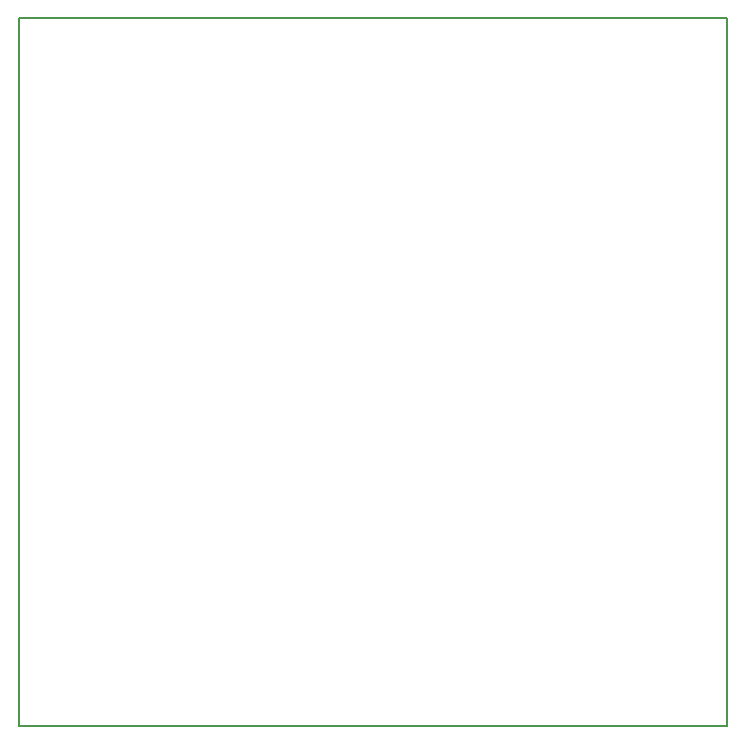
<source format=gbr>
G04 EasyPC Gerber Version 21.0.3 Build 4286 *
G04 #@! TF.Part,Single*
%FSLAX35Y35*%
%MOIN*%
%ADD11C,0.00500*%
X0Y0D02*
D02*
D11*
X250Y250D02*
X236450D01*
Y236450*
X250*
Y250*
X0Y0D02*
M02*

</source>
